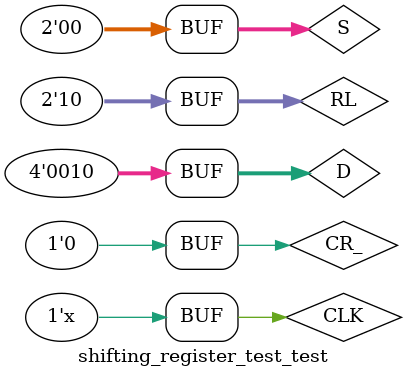
<source format=v>
`timescale 1ns / 1ps

module shifting_register_test_test(
    );
    reg CR_,CLK;
    reg [1:0] S;
    reg [1:0] RL;
    reg [3:0] D;
    wire [3:0] Q;

    cyclic_shifting_register uut(  
        .CR_(CR_),
        .CLK(CLK),
        .S(S),
        .RL(RL),
        .D(D),        
        .Q(Q)
    );
    
    initial 
    begin
        CR_=0;CLK=1;S=2'b00;RL=2'b00;D=4'b0000;     
    end
    always #50 CLK=~CLK;
    initial
    begin
        #20; CR_=1;S=2'b11;RL=2'b00;D=4'b1100;
        #200; CR_=1;S=2'b11;RL=2'b01;D=4'b1100;   
        #200; CR_=1;S=2'b11;RL=2'b10;D=4'b1110;   
        #200; CR_=1;S=2'b10;RL=2'b01;D=4'b1111;  
        #200; CR_=1;S=2'b10;RL=2'b10;D=4'b1000;  
        #200; CR_=1;S=2'b10;RL=2'b01;D=4'b0000;
        #200; CR_=1;S=2'b01;RL=2'b10;D=4'b1110;
        #200; CR_=1;S=2'b01;RL=2'b01;D=4'b0101;
        #200; CR_=1;S=2'b01;RL=2'b10;D=4'b1010; 
        #200; CR_=1;S=2'b00;RL=2'b01;D=4'b0001;
        #200; CR_=1;S=2'b00;RL=2'b10;D=4'b0111;
        #200; CR_=1;S=2'b00;RL=2'b01;D=4'b1010;
        #100; CR_=0;S=2'b00;RL=2'b10;D=4'b1110;
        #20; CR_=1;S=2'b00;RL=2'b01;D=4'b1010;
        #100; CR_=0;S=2'b00;RL=2'b10;D=4'b0010;
        
    end        
endmodule

</source>
